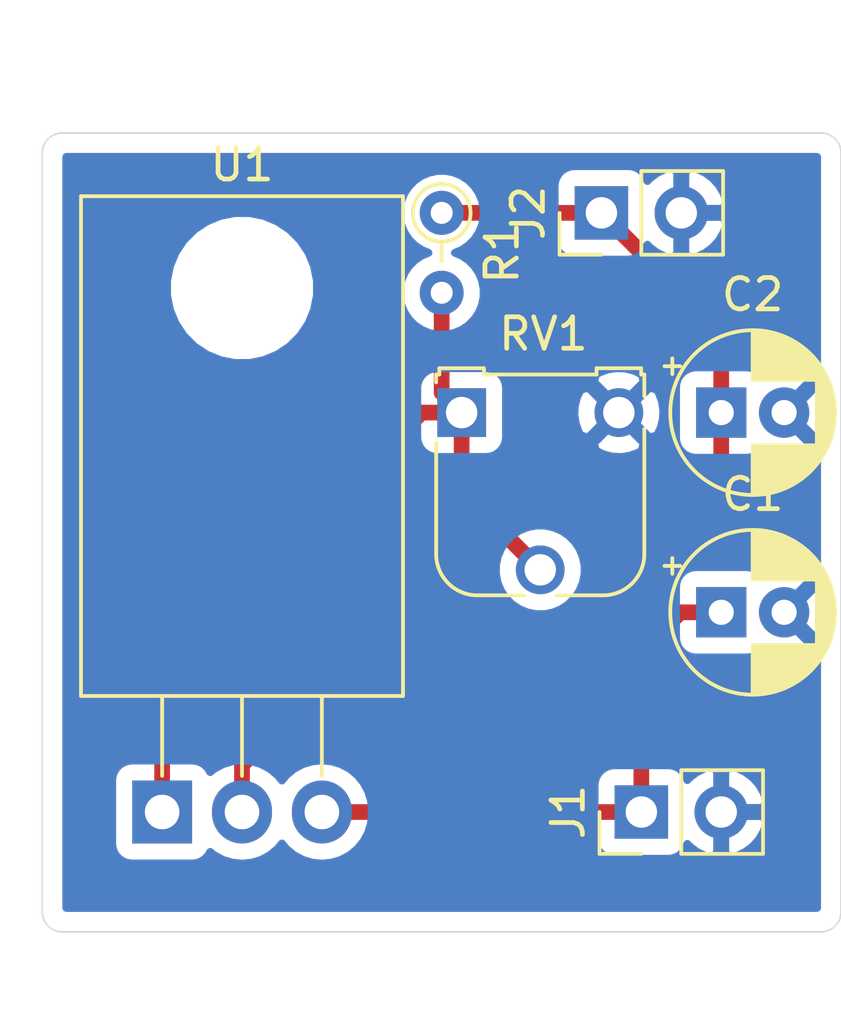
<source format=kicad_pcb>
(kicad_pcb (version 20171130) (host pcbnew "(5.1.5)-3")

  (general
    (thickness 1.6)
    (drawings 8)
    (tracks 19)
    (zones 0)
    (modules 7)
    (nets 5)
  )

  (page A4)
  (layers
    (0 F.Cu signal)
    (31 B.Cu signal)
    (32 B.Adhes user)
    (33 F.Adhes user)
    (34 B.Paste user)
    (35 F.Paste user)
    (36 B.SilkS user)
    (37 F.SilkS user hide)
    (38 B.Mask user)
    (39 F.Mask user)
    (40 Dwgs.User user)
    (41 Cmts.User user)
    (42 Eco1.User user)
    (43 Eco2.User user)
    (44 Edge.Cuts user)
    (45 Margin user)
    (46 B.CrtYd user)
    (47 F.CrtYd user)
    (48 B.Fab user)
    (49 F.Fab user)
  )

  (setup
    (last_trace_width 0.25)
    (trace_clearance 0.2)
    (zone_clearance 0.508)
    (zone_45_only no)
    (trace_min 0.2)
    (via_size 0.8)
    (via_drill 0.4)
    (via_min_size 0.4)
    (via_min_drill 0.3)
    (uvia_size 0.3)
    (uvia_drill 0.1)
    (uvias_allowed no)
    (uvia_min_size 0.2)
    (uvia_min_drill 0.1)
    (edge_width 0.05)
    (segment_width 0.2)
    (pcb_text_width 0.3)
    (pcb_text_size 1.5 1.5)
    (mod_edge_width 0.12)
    (mod_text_size 1 1)
    (mod_text_width 0.15)
    (pad_size 1.524 1.524)
    (pad_drill 0.762)
    (pad_to_mask_clearance 0.051)
    (solder_mask_min_width 0.25)
    (aux_axis_origin 0 0)
    (visible_elements FFFFFF7F)
    (pcbplotparams
      (layerselection 0x010fc_ffffffff)
      (usegerberextensions false)
      (usegerberattributes false)
      (usegerberadvancedattributes false)
      (creategerberjobfile false)
      (excludeedgelayer true)
      (linewidth 0.100000)
      (plotframeref false)
      (viasonmask false)
      (mode 1)
      (useauxorigin false)
      (hpglpennumber 1)
      (hpglpenspeed 20)
      (hpglpendiameter 15.000000)
      (psnegative false)
      (psa4output false)
      (plotreference true)
      (plotvalue true)
      (plotinvisibletext false)
      (padsonsilk false)
      (subtractmaskfromsilk false)
      (outputformat 1)
      (mirror false)
      (drillshape 0)
      (scaleselection 1)
      (outputdirectory "Gerbers/"))
  )

  (net 0 "")
  (net 1 "Net-(C1-Pad1)")
  (net 2 "Net-(C2-Pad1)")
  (net 3 "Net-(R1-Pad2)")
  (net 4 GND)

  (net_class Default "This is the default net class."
    (clearance 0.2)
    (trace_width 0.25)
    (via_dia 0.8)
    (via_drill 0.4)
    (uvia_dia 0.3)
    (uvia_drill 0.1)
    (add_net GND)
  )

  (net_class power ""
    (clearance 0.2)
    (trace_width 0.5)
    (via_dia 0.8)
    (via_drill 0.4)
    (uvia_dia 0.3)
    (uvia_drill 0.1)
    (add_net "Net-(C1-Pad1)")
    (add_net "Net-(C2-Pad1)")
    (add_net "Net-(R1-Pad2)")
  )

  (module Package_TO_SOT_THT:TO-220-3_Horizontal_TabDown (layer F.Cu) (tedit 5AC8BA0D) (tstamp 5E93CC17)
    (at 153.035 114.935)
    (descr "TO-220-3, Horizontal, RM 2.54mm, see https://www.vishay.com/docs/66542/to-220-1.pdf")
    (tags "TO-220-3 Horizontal RM 2.54mm")
    (path /5E9375D9)
    (fp_text reference U1 (at 2.54 -20.58) (layer F.SilkS)
      (effects (font (size 1 1) (thickness 0.15)))
    )
    (fp_text value LM317_3PinPackage (at 2.54 2) (layer F.Fab)
      (effects (font (size 1 1) (thickness 0.15)))
    )
    (fp_text user %R (at 2.54 -20.58) (layer F.Fab)
      (effects (font (size 1 1) (thickness 0.15)))
    )
    (fp_line (start 7.79 -19.71) (end -2.71 -19.71) (layer F.CrtYd) (width 0.05))
    (fp_line (start 7.79 1.25) (end 7.79 -19.71) (layer F.CrtYd) (width 0.05))
    (fp_line (start -2.71 1.25) (end 7.79 1.25) (layer F.CrtYd) (width 0.05))
    (fp_line (start -2.71 -19.71) (end -2.71 1.25) (layer F.CrtYd) (width 0.05))
    (fp_line (start 5.08 -3.69) (end 5.08 -1.15) (layer F.SilkS) (width 0.12))
    (fp_line (start 2.54 -3.69) (end 2.54 -1.15) (layer F.SilkS) (width 0.12))
    (fp_line (start 0 -3.69) (end 0 -1.15) (layer F.SilkS) (width 0.12))
    (fp_line (start 7.66 -19.58) (end 7.66 -3.69) (layer F.SilkS) (width 0.12))
    (fp_line (start -2.58 -19.58) (end -2.58 -3.69) (layer F.SilkS) (width 0.12))
    (fp_line (start -2.58 -19.58) (end 7.66 -19.58) (layer F.SilkS) (width 0.12))
    (fp_line (start -2.58 -3.69) (end 7.66 -3.69) (layer F.SilkS) (width 0.12))
    (fp_line (start 5.08 -3.81) (end 5.08 0) (layer F.Fab) (width 0.1))
    (fp_line (start 2.54 -3.81) (end 2.54 0) (layer F.Fab) (width 0.1))
    (fp_line (start 0 -3.81) (end 0 0) (layer F.Fab) (width 0.1))
    (fp_line (start 7.54 -3.81) (end -2.46 -3.81) (layer F.Fab) (width 0.1))
    (fp_line (start 7.54 -13.06) (end 7.54 -3.81) (layer F.Fab) (width 0.1))
    (fp_line (start -2.46 -13.06) (end 7.54 -13.06) (layer F.Fab) (width 0.1))
    (fp_line (start -2.46 -3.81) (end -2.46 -13.06) (layer F.Fab) (width 0.1))
    (fp_line (start 7.54 -13.06) (end -2.46 -13.06) (layer F.Fab) (width 0.1))
    (fp_line (start 7.54 -19.46) (end 7.54 -13.06) (layer F.Fab) (width 0.1))
    (fp_line (start -2.46 -19.46) (end 7.54 -19.46) (layer F.Fab) (width 0.1))
    (fp_line (start -2.46 -13.06) (end -2.46 -19.46) (layer F.Fab) (width 0.1))
    (fp_circle (center 2.54 -16.66) (end 4.39 -16.66) (layer F.Fab) (width 0.1))
    (pad 3 thru_hole oval (at 5.08 0) (size 1.905 2) (drill 1.1) (layers *.Cu *.Mask)
      (net 1 "Net-(C1-Pad1)"))
    (pad 2 thru_hole oval (at 2.54 0) (size 1.905 2) (drill 1.1) (layers *.Cu *.Mask)
      (net 2 "Net-(C2-Pad1)"))
    (pad 1 thru_hole rect (at 0 0) (size 1.905 2) (drill 1.1) (layers *.Cu *.Mask)
      (net 3 "Net-(R1-Pad2)"))
    (pad "" np_thru_hole oval (at 2.54 -16.66) (size 3.5 3.5) (drill 3.5) (layers *.Cu *.Mask))
    (model ${KISYS3DMOD}/Package_TO_SOT_THT.3dshapes/TO-220-3_Horizontal_TabDown.wrl
      (at (xyz 0 0 0))
      (scale (xyz 1 1 1))
      (rotate (xyz 0 0 0))
    )
  )

  (module Potentiometer_THT:Potentiometer_Runtron_RM-065_Vertical (layer F.Cu) (tedit 5BF6754C) (tstamp 5E93CBF7)
    (at 162.56 102.235)
    (descr "Potentiometer, vertical, Trimmer, RM-065 http://www.runtron.com/down/PDF%20Datasheet/Carbon%20Film%20Potentiometer/RM065%20RM063.pdf")
    (tags "Potentiometer Trimmer RM-065")
    (path /5E935D4C)
    (fp_text reference RV1 (at 2.6 -2.5) (layer F.SilkS)
      (effects (font (size 1 1) (thickness 0.15)))
    )
    (fp_text value R_POT (at 2.6 7.4) (layer F.Fab)
      (effects (font (size 1 1) (thickness 0.15)))
    )
    (fp_line (start -0.71 -1.41) (end 0.71 -1.41) (layer F.SilkS) (width 0.12))
    (fp_line (start 0.71 -1.21) (end 4.29 -1.21) (layer F.SilkS) (width 0.12))
    (fp_line (start 4.29 -1.21) (end 4.29 -1.41) (layer F.SilkS) (width 0.12))
    (fp_line (start 4.29 -1.41) (end 5.71 -1.41) (layer F.SilkS) (width 0.12))
    (fp_line (start 5.71 -1.41) (end 5.71 -1.21) (layer F.SilkS) (width 0.12))
    (fp_line (start 1.99 5.81) (end 0.5 5.81) (layer F.SilkS) (width 0.12))
    (fp_line (start -0.81 4.5) (end -0.81 0.96) (layer F.SilkS) (width 0.12))
    (fp_line (start 5.81 0.52) (end 5.81 4.5) (layer F.SilkS) (width 0.12))
    (fp_line (start 4.5 5.81) (end 3.01 5.81) (layer F.SilkS) (width 0.12))
    (fp_line (start 0.5 5.7) (end 4.5 5.7) (layer F.Fab) (width 0.1))
    (fp_line (start 5.7 4.5) (end 5.7 -1.1) (layer F.Fab) (width 0.1))
    (fp_line (start -0.7 4.5) (end -0.7 -1.1) (layer F.Fab) (width 0.1))
    (fp_line (start -0.6 -1.1) (end -0.6 -1.3) (layer F.Fab) (width 0.1))
    (fp_line (start -0.6 -1.3) (end 0.6 -1.3) (layer F.Fab) (width 0.1))
    (fp_line (start 0.6 -1.3) (end 0.6 -1.1) (layer F.Fab) (width 0.1))
    (fp_line (start 5.6 -1.1) (end 5.6 -1.3) (layer F.Fab) (width 0.1))
    (fp_line (start 5.6 -1.3) (end 4.41 -1.3) (layer F.Fab) (width 0.1))
    (fp_line (start 4.4 -1.3) (end 4.4 -1.1) (layer F.Fab) (width 0.1))
    (fp_line (start 5.7 -1.1) (end -0.7 -1.1) (layer F.Fab) (width 0.1))
    (fp_line (start 6.05 6.03) (end -1.05 6.03) (layer F.CrtYd) (width 0.05))
    (fp_line (start 6.03 6.05) (end 6.03 -1.55) (layer F.CrtYd) (width 0.05))
    (fp_line (start -1.03 -1.55) (end -1.03 6.05) (layer F.CrtYd) (width 0.05))
    (fp_line (start -1.03 -1.55) (end 6.03 -1.55) (layer F.CrtYd) (width 0.05))
    (fp_circle (center 2.5 2.5) (end 5.5 2.5) (layer F.Fab) (width 0.1))
    (fp_text user %R (at 2.5 2.5) (layer F.Fab)
      (effects (font (size 1 1) (thickness 0.15)))
    )
    (fp_arc (start 4.5 4.5) (end 4.5 5.7) (angle -90) (layer F.Fab) (width 0.1))
    (fp_arc (start 0.5 4.5) (end -0.7 4.5) (angle -90) (layer F.Fab) (width 0.1))
    (fp_arc (start 0.5 4.5) (end -0.81 4.5) (angle -90) (layer F.SilkS) (width 0.12))
    (fp_arc (start 4.5 4.5) (end 4.5 5.81) (angle -90) (layer F.SilkS) (width 0.12))
    (fp_line (start 0.71 -1.21) (end 0.71 -1.41) (layer F.SilkS) (width 0.12))
    (fp_line (start -0.71 -1.41) (end -0.71 -1.21) (layer F.SilkS) (width 0.12))
    (fp_line (start -0.71 -1.21) (end -0.81 -1.21) (layer F.SilkS) (width 0.12))
    (fp_line (start -0.81 -1.21) (end -0.81 -0.96) (layer F.SilkS) (width 0.12))
    (fp_line (start 5.71 -1.21) (end 5.81 -1.21) (layer F.SilkS) (width 0.12))
    (fp_line (start 5.81 -1.21) (end 5.81 -0.52) (layer F.SilkS) (width 0.12))
    (pad 2 thru_hole circle (at 2.5 5) (size 1.55 1.55) (drill 1) (layers *.Cu *.Mask)
      (net 3 "Net-(R1-Pad2)"))
    (pad 1 thru_hole rect (at 0 0) (size 1.55 1.55) (drill 1) (layers *.Cu *.Mask)
      (net 3 "Net-(R1-Pad2)"))
    (pad 3 thru_hole circle (at 5 0) (size 1.55 1.55) (drill 1) (layers *.Cu *.Mask)
      (net 4 GND))
    (model ${KISYS3DMOD}/Potentiometer_THT.3dshapes/Potentiometer_Runtron_RM-065_Vertical.wrl
      (at (xyz 0 0 0))
      (scale (xyz 1 1 1))
      (rotate (xyz 0 0 0))
    )
  )

  (module Resistor_THT:R_Axial_DIN0204_L3.6mm_D1.6mm_P2.54mm_Vertical (layer F.Cu) (tedit 5AE5139B) (tstamp 5E93CBCD)
    (at 161.925 95.885 270)
    (descr "Resistor, Axial_DIN0204 series, Axial, Vertical, pin pitch=2.54mm, 0.167W, length*diameter=3.6*1.6mm^2, http://cdn-reichelt.de/documents/datenblatt/B400/1_4W%23YAG.pdf")
    (tags "Resistor Axial_DIN0204 series Axial Vertical pin pitch 2.54mm 0.167W length 3.6mm diameter 1.6mm")
    (path /5E935428)
    (fp_text reference R1 (at 1.27 -1.92 90) (layer F.SilkS)
      (effects (font (size 1 1) (thickness 0.15)))
    )
    (fp_text value R (at 1.27 1.92 90) (layer F.Fab)
      (effects (font (size 1 1) (thickness 0.15)))
    )
    (fp_text user %R (at 1.27 -1.92 90) (layer F.Fab)
      (effects (font (size 1 1) (thickness 0.15)))
    )
    (fp_line (start 3.49 -1.05) (end -1.05 -1.05) (layer F.CrtYd) (width 0.05))
    (fp_line (start 3.49 1.05) (end 3.49 -1.05) (layer F.CrtYd) (width 0.05))
    (fp_line (start -1.05 1.05) (end 3.49 1.05) (layer F.CrtYd) (width 0.05))
    (fp_line (start -1.05 -1.05) (end -1.05 1.05) (layer F.CrtYd) (width 0.05))
    (fp_line (start 0.92 0) (end 1.54 0) (layer F.SilkS) (width 0.12))
    (fp_line (start 0 0) (end 2.54 0) (layer F.Fab) (width 0.1))
    (fp_circle (center 0 0) (end 0.92 0) (layer F.SilkS) (width 0.12))
    (fp_circle (center 0 0) (end 0.8 0) (layer F.Fab) (width 0.1))
    (pad 2 thru_hole oval (at 2.54 0 270) (size 1.4 1.4) (drill 0.7) (layers *.Cu *.Mask)
      (net 3 "Net-(R1-Pad2)"))
    (pad 1 thru_hole circle (at 0 0 270) (size 1.4 1.4) (drill 0.7) (layers *.Cu *.Mask)
      (net 2 "Net-(C2-Pad1)"))
    (model ${KISYS3DMOD}/Resistor_THT.3dshapes/R_Axial_DIN0204_L3.6mm_D1.6mm_P2.54mm_Vertical.wrl
      (at (xyz 0 0 0))
      (scale (xyz 1 1 1))
      (rotate (xyz 0 0 0))
    )
  )

  (module Connector_PinHeader_2.54mm:PinHeader_1x02_P2.54mm_Vertical (layer F.Cu) (tedit 59FED5CC) (tstamp 5E93CBBE)
    (at 167.005 95.885 90)
    (descr "Through hole straight pin header, 1x02, 2.54mm pitch, single row")
    (tags "Through hole pin header THT 1x02 2.54mm single row")
    (path /5E936B70)
    (fp_text reference J2 (at 0 -2.33 90) (layer F.SilkS)
      (effects (font (size 1 1) (thickness 0.15)))
    )
    (fp_text value Conn_01x02_Male (at 0 4.87 90) (layer F.Fab)
      (effects (font (size 1 1) (thickness 0.15)))
    )
    (fp_text user %R (at 0 1.27) (layer F.Fab)
      (effects (font (size 1 1) (thickness 0.15)))
    )
    (fp_line (start 1.8 -1.8) (end -1.8 -1.8) (layer F.CrtYd) (width 0.05))
    (fp_line (start 1.8 4.35) (end 1.8 -1.8) (layer F.CrtYd) (width 0.05))
    (fp_line (start -1.8 4.35) (end 1.8 4.35) (layer F.CrtYd) (width 0.05))
    (fp_line (start -1.8 -1.8) (end -1.8 4.35) (layer F.CrtYd) (width 0.05))
    (fp_line (start -1.33 -1.33) (end 0 -1.33) (layer F.SilkS) (width 0.12))
    (fp_line (start -1.33 0) (end -1.33 -1.33) (layer F.SilkS) (width 0.12))
    (fp_line (start -1.33 1.27) (end 1.33 1.27) (layer F.SilkS) (width 0.12))
    (fp_line (start 1.33 1.27) (end 1.33 3.87) (layer F.SilkS) (width 0.12))
    (fp_line (start -1.33 1.27) (end -1.33 3.87) (layer F.SilkS) (width 0.12))
    (fp_line (start -1.33 3.87) (end 1.33 3.87) (layer F.SilkS) (width 0.12))
    (fp_line (start -1.27 -0.635) (end -0.635 -1.27) (layer F.Fab) (width 0.1))
    (fp_line (start -1.27 3.81) (end -1.27 -0.635) (layer F.Fab) (width 0.1))
    (fp_line (start 1.27 3.81) (end -1.27 3.81) (layer F.Fab) (width 0.1))
    (fp_line (start 1.27 -1.27) (end 1.27 3.81) (layer F.Fab) (width 0.1))
    (fp_line (start -0.635 -1.27) (end 1.27 -1.27) (layer F.Fab) (width 0.1))
    (pad 2 thru_hole oval (at 0 2.54 90) (size 1.7 1.7) (drill 1) (layers *.Cu *.Mask)
      (net 4 GND))
    (pad 1 thru_hole rect (at 0 0 90) (size 1.7 1.7) (drill 1) (layers *.Cu *.Mask)
      (net 2 "Net-(C2-Pad1)"))
    (model ${KISYS3DMOD}/Connector_PinHeader_2.54mm.3dshapes/PinHeader_1x02_P2.54mm_Vertical.wrl
      (at (xyz 0 0 0))
      (scale (xyz 1 1 1))
      (rotate (xyz 0 0 0))
    )
  )

  (module Connector_PinHeader_2.54mm:PinHeader_1x02_P2.54mm_Vertical (layer F.Cu) (tedit 59FED5CC) (tstamp 5E93CBA8)
    (at 168.275 114.935 90)
    (descr "Through hole straight pin header, 1x02, 2.54mm pitch, single row")
    (tags "Through hole pin header THT 1x02 2.54mm single row")
    (path /5E9365EE)
    (fp_text reference J1 (at 0 -2.33 90) (layer F.SilkS)
      (effects (font (size 1 1) (thickness 0.15)))
    )
    (fp_text value Conn_01x02_Male (at 0 4.87 90) (layer F.Fab)
      (effects (font (size 1 1) (thickness 0.15)))
    )
    (fp_text user %R (at 0 1.27) (layer F.Fab)
      (effects (font (size 1 1) (thickness 0.15)))
    )
    (fp_line (start 1.8 -1.8) (end -1.8 -1.8) (layer F.CrtYd) (width 0.05))
    (fp_line (start 1.8 4.35) (end 1.8 -1.8) (layer F.CrtYd) (width 0.05))
    (fp_line (start -1.8 4.35) (end 1.8 4.35) (layer F.CrtYd) (width 0.05))
    (fp_line (start -1.8 -1.8) (end -1.8 4.35) (layer F.CrtYd) (width 0.05))
    (fp_line (start -1.33 -1.33) (end 0 -1.33) (layer F.SilkS) (width 0.12))
    (fp_line (start -1.33 0) (end -1.33 -1.33) (layer F.SilkS) (width 0.12))
    (fp_line (start -1.33 1.27) (end 1.33 1.27) (layer F.SilkS) (width 0.12))
    (fp_line (start 1.33 1.27) (end 1.33 3.87) (layer F.SilkS) (width 0.12))
    (fp_line (start -1.33 1.27) (end -1.33 3.87) (layer F.SilkS) (width 0.12))
    (fp_line (start -1.33 3.87) (end 1.33 3.87) (layer F.SilkS) (width 0.12))
    (fp_line (start -1.27 -0.635) (end -0.635 -1.27) (layer F.Fab) (width 0.1))
    (fp_line (start -1.27 3.81) (end -1.27 -0.635) (layer F.Fab) (width 0.1))
    (fp_line (start 1.27 3.81) (end -1.27 3.81) (layer F.Fab) (width 0.1))
    (fp_line (start 1.27 -1.27) (end 1.27 3.81) (layer F.Fab) (width 0.1))
    (fp_line (start -0.635 -1.27) (end 1.27 -1.27) (layer F.Fab) (width 0.1))
    (pad 2 thru_hole oval (at 0 2.54 90) (size 1.7 1.7) (drill 1) (layers *.Cu *.Mask)
      (net 4 GND))
    (pad 1 thru_hole rect (at 0 0 90) (size 1.7 1.7) (drill 1) (layers *.Cu *.Mask)
      (net 1 "Net-(C1-Pad1)"))
    (model ${KISYS3DMOD}/Connector_PinHeader_2.54mm.3dshapes/PinHeader_1x02_P2.54mm_Vertical.wrl
      (at (xyz 0 0 0))
      (scale (xyz 1 1 1))
      (rotate (xyz 0 0 0))
    )
  )

  (module Capacitor_THT:CP_Radial_D5.0mm_P2.00mm (layer F.Cu) (tedit 5AE50EF0) (tstamp 5E93CB92)
    (at 170.815 102.235)
    (descr "CP, Radial series, Radial, pin pitch=2.00mm, , diameter=5mm, Electrolytic Capacitor")
    (tags "CP Radial series Radial pin pitch 2.00mm  diameter 5mm Electrolytic Capacitor")
    (path /5E934E34)
    (fp_text reference C2 (at 1 -3.75) (layer F.SilkS)
      (effects (font (size 1 1) (thickness 0.15)))
    )
    (fp_text value CP (at 1 3.75) (layer F.Fab)
      (effects (font (size 1 1) (thickness 0.15)))
    )
    (fp_text user %R (at 1 0) (layer F.Fab)
      (effects (font (size 1 1) (thickness 0.15)))
    )
    (fp_line (start -1.554775 -1.725) (end -1.554775 -1.225) (layer F.SilkS) (width 0.12))
    (fp_line (start -1.804775 -1.475) (end -1.304775 -1.475) (layer F.SilkS) (width 0.12))
    (fp_line (start 3.601 -0.284) (end 3.601 0.284) (layer F.SilkS) (width 0.12))
    (fp_line (start 3.561 -0.518) (end 3.561 0.518) (layer F.SilkS) (width 0.12))
    (fp_line (start 3.521 -0.677) (end 3.521 0.677) (layer F.SilkS) (width 0.12))
    (fp_line (start 3.481 -0.805) (end 3.481 0.805) (layer F.SilkS) (width 0.12))
    (fp_line (start 3.441 -0.915) (end 3.441 0.915) (layer F.SilkS) (width 0.12))
    (fp_line (start 3.401 -1.011) (end 3.401 1.011) (layer F.SilkS) (width 0.12))
    (fp_line (start 3.361 -1.098) (end 3.361 1.098) (layer F.SilkS) (width 0.12))
    (fp_line (start 3.321 -1.178) (end 3.321 1.178) (layer F.SilkS) (width 0.12))
    (fp_line (start 3.281 -1.251) (end 3.281 1.251) (layer F.SilkS) (width 0.12))
    (fp_line (start 3.241 -1.319) (end 3.241 1.319) (layer F.SilkS) (width 0.12))
    (fp_line (start 3.201 -1.383) (end 3.201 1.383) (layer F.SilkS) (width 0.12))
    (fp_line (start 3.161 -1.443) (end 3.161 1.443) (layer F.SilkS) (width 0.12))
    (fp_line (start 3.121 -1.5) (end 3.121 1.5) (layer F.SilkS) (width 0.12))
    (fp_line (start 3.081 -1.554) (end 3.081 1.554) (layer F.SilkS) (width 0.12))
    (fp_line (start 3.041 -1.605) (end 3.041 1.605) (layer F.SilkS) (width 0.12))
    (fp_line (start 3.001 1.04) (end 3.001 1.653) (layer F.SilkS) (width 0.12))
    (fp_line (start 3.001 -1.653) (end 3.001 -1.04) (layer F.SilkS) (width 0.12))
    (fp_line (start 2.961 1.04) (end 2.961 1.699) (layer F.SilkS) (width 0.12))
    (fp_line (start 2.961 -1.699) (end 2.961 -1.04) (layer F.SilkS) (width 0.12))
    (fp_line (start 2.921 1.04) (end 2.921 1.743) (layer F.SilkS) (width 0.12))
    (fp_line (start 2.921 -1.743) (end 2.921 -1.04) (layer F.SilkS) (width 0.12))
    (fp_line (start 2.881 1.04) (end 2.881 1.785) (layer F.SilkS) (width 0.12))
    (fp_line (start 2.881 -1.785) (end 2.881 -1.04) (layer F.SilkS) (width 0.12))
    (fp_line (start 2.841 1.04) (end 2.841 1.826) (layer F.SilkS) (width 0.12))
    (fp_line (start 2.841 -1.826) (end 2.841 -1.04) (layer F.SilkS) (width 0.12))
    (fp_line (start 2.801 1.04) (end 2.801 1.864) (layer F.SilkS) (width 0.12))
    (fp_line (start 2.801 -1.864) (end 2.801 -1.04) (layer F.SilkS) (width 0.12))
    (fp_line (start 2.761 1.04) (end 2.761 1.901) (layer F.SilkS) (width 0.12))
    (fp_line (start 2.761 -1.901) (end 2.761 -1.04) (layer F.SilkS) (width 0.12))
    (fp_line (start 2.721 1.04) (end 2.721 1.937) (layer F.SilkS) (width 0.12))
    (fp_line (start 2.721 -1.937) (end 2.721 -1.04) (layer F.SilkS) (width 0.12))
    (fp_line (start 2.681 1.04) (end 2.681 1.971) (layer F.SilkS) (width 0.12))
    (fp_line (start 2.681 -1.971) (end 2.681 -1.04) (layer F.SilkS) (width 0.12))
    (fp_line (start 2.641 1.04) (end 2.641 2.004) (layer F.SilkS) (width 0.12))
    (fp_line (start 2.641 -2.004) (end 2.641 -1.04) (layer F.SilkS) (width 0.12))
    (fp_line (start 2.601 1.04) (end 2.601 2.035) (layer F.SilkS) (width 0.12))
    (fp_line (start 2.601 -2.035) (end 2.601 -1.04) (layer F.SilkS) (width 0.12))
    (fp_line (start 2.561 1.04) (end 2.561 2.065) (layer F.SilkS) (width 0.12))
    (fp_line (start 2.561 -2.065) (end 2.561 -1.04) (layer F.SilkS) (width 0.12))
    (fp_line (start 2.521 1.04) (end 2.521 2.095) (layer F.SilkS) (width 0.12))
    (fp_line (start 2.521 -2.095) (end 2.521 -1.04) (layer F.SilkS) (width 0.12))
    (fp_line (start 2.481 1.04) (end 2.481 2.122) (layer F.SilkS) (width 0.12))
    (fp_line (start 2.481 -2.122) (end 2.481 -1.04) (layer F.SilkS) (width 0.12))
    (fp_line (start 2.441 1.04) (end 2.441 2.149) (layer F.SilkS) (width 0.12))
    (fp_line (start 2.441 -2.149) (end 2.441 -1.04) (layer F.SilkS) (width 0.12))
    (fp_line (start 2.401 1.04) (end 2.401 2.175) (layer F.SilkS) (width 0.12))
    (fp_line (start 2.401 -2.175) (end 2.401 -1.04) (layer F.SilkS) (width 0.12))
    (fp_line (start 2.361 1.04) (end 2.361 2.2) (layer F.SilkS) (width 0.12))
    (fp_line (start 2.361 -2.2) (end 2.361 -1.04) (layer F.SilkS) (width 0.12))
    (fp_line (start 2.321 1.04) (end 2.321 2.224) (layer F.SilkS) (width 0.12))
    (fp_line (start 2.321 -2.224) (end 2.321 -1.04) (layer F.SilkS) (width 0.12))
    (fp_line (start 2.281 1.04) (end 2.281 2.247) (layer F.SilkS) (width 0.12))
    (fp_line (start 2.281 -2.247) (end 2.281 -1.04) (layer F.SilkS) (width 0.12))
    (fp_line (start 2.241 1.04) (end 2.241 2.268) (layer F.SilkS) (width 0.12))
    (fp_line (start 2.241 -2.268) (end 2.241 -1.04) (layer F.SilkS) (width 0.12))
    (fp_line (start 2.201 1.04) (end 2.201 2.29) (layer F.SilkS) (width 0.12))
    (fp_line (start 2.201 -2.29) (end 2.201 -1.04) (layer F.SilkS) (width 0.12))
    (fp_line (start 2.161 1.04) (end 2.161 2.31) (layer F.SilkS) (width 0.12))
    (fp_line (start 2.161 -2.31) (end 2.161 -1.04) (layer F.SilkS) (width 0.12))
    (fp_line (start 2.121 1.04) (end 2.121 2.329) (layer F.SilkS) (width 0.12))
    (fp_line (start 2.121 -2.329) (end 2.121 -1.04) (layer F.SilkS) (width 0.12))
    (fp_line (start 2.081 1.04) (end 2.081 2.348) (layer F.SilkS) (width 0.12))
    (fp_line (start 2.081 -2.348) (end 2.081 -1.04) (layer F.SilkS) (width 0.12))
    (fp_line (start 2.041 1.04) (end 2.041 2.365) (layer F.SilkS) (width 0.12))
    (fp_line (start 2.041 -2.365) (end 2.041 -1.04) (layer F.SilkS) (width 0.12))
    (fp_line (start 2.001 1.04) (end 2.001 2.382) (layer F.SilkS) (width 0.12))
    (fp_line (start 2.001 -2.382) (end 2.001 -1.04) (layer F.SilkS) (width 0.12))
    (fp_line (start 1.961 1.04) (end 1.961 2.398) (layer F.SilkS) (width 0.12))
    (fp_line (start 1.961 -2.398) (end 1.961 -1.04) (layer F.SilkS) (width 0.12))
    (fp_line (start 1.921 1.04) (end 1.921 2.414) (layer F.SilkS) (width 0.12))
    (fp_line (start 1.921 -2.414) (end 1.921 -1.04) (layer F.SilkS) (width 0.12))
    (fp_line (start 1.881 1.04) (end 1.881 2.428) (layer F.SilkS) (width 0.12))
    (fp_line (start 1.881 -2.428) (end 1.881 -1.04) (layer F.SilkS) (width 0.12))
    (fp_line (start 1.841 1.04) (end 1.841 2.442) (layer F.SilkS) (width 0.12))
    (fp_line (start 1.841 -2.442) (end 1.841 -1.04) (layer F.SilkS) (width 0.12))
    (fp_line (start 1.801 1.04) (end 1.801 2.455) (layer F.SilkS) (width 0.12))
    (fp_line (start 1.801 -2.455) (end 1.801 -1.04) (layer F.SilkS) (width 0.12))
    (fp_line (start 1.761 1.04) (end 1.761 2.468) (layer F.SilkS) (width 0.12))
    (fp_line (start 1.761 -2.468) (end 1.761 -1.04) (layer F.SilkS) (width 0.12))
    (fp_line (start 1.721 1.04) (end 1.721 2.48) (layer F.SilkS) (width 0.12))
    (fp_line (start 1.721 -2.48) (end 1.721 -1.04) (layer F.SilkS) (width 0.12))
    (fp_line (start 1.68 1.04) (end 1.68 2.491) (layer F.SilkS) (width 0.12))
    (fp_line (start 1.68 -2.491) (end 1.68 -1.04) (layer F.SilkS) (width 0.12))
    (fp_line (start 1.64 1.04) (end 1.64 2.501) (layer F.SilkS) (width 0.12))
    (fp_line (start 1.64 -2.501) (end 1.64 -1.04) (layer F.SilkS) (width 0.12))
    (fp_line (start 1.6 1.04) (end 1.6 2.511) (layer F.SilkS) (width 0.12))
    (fp_line (start 1.6 -2.511) (end 1.6 -1.04) (layer F.SilkS) (width 0.12))
    (fp_line (start 1.56 1.04) (end 1.56 2.52) (layer F.SilkS) (width 0.12))
    (fp_line (start 1.56 -2.52) (end 1.56 -1.04) (layer F.SilkS) (width 0.12))
    (fp_line (start 1.52 1.04) (end 1.52 2.528) (layer F.SilkS) (width 0.12))
    (fp_line (start 1.52 -2.528) (end 1.52 -1.04) (layer F.SilkS) (width 0.12))
    (fp_line (start 1.48 1.04) (end 1.48 2.536) (layer F.SilkS) (width 0.12))
    (fp_line (start 1.48 -2.536) (end 1.48 -1.04) (layer F.SilkS) (width 0.12))
    (fp_line (start 1.44 1.04) (end 1.44 2.543) (layer F.SilkS) (width 0.12))
    (fp_line (start 1.44 -2.543) (end 1.44 -1.04) (layer F.SilkS) (width 0.12))
    (fp_line (start 1.4 1.04) (end 1.4 2.55) (layer F.SilkS) (width 0.12))
    (fp_line (start 1.4 -2.55) (end 1.4 -1.04) (layer F.SilkS) (width 0.12))
    (fp_line (start 1.36 1.04) (end 1.36 2.556) (layer F.SilkS) (width 0.12))
    (fp_line (start 1.36 -2.556) (end 1.36 -1.04) (layer F.SilkS) (width 0.12))
    (fp_line (start 1.32 1.04) (end 1.32 2.561) (layer F.SilkS) (width 0.12))
    (fp_line (start 1.32 -2.561) (end 1.32 -1.04) (layer F.SilkS) (width 0.12))
    (fp_line (start 1.28 1.04) (end 1.28 2.565) (layer F.SilkS) (width 0.12))
    (fp_line (start 1.28 -2.565) (end 1.28 -1.04) (layer F.SilkS) (width 0.12))
    (fp_line (start 1.24 1.04) (end 1.24 2.569) (layer F.SilkS) (width 0.12))
    (fp_line (start 1.24 -2.569) (end 1.24 -1.04) (layer F.SilkS) (width 0.12))
    (fp_line (start 1.2 1.04) (end 1.2 2.573) (layer F.SilkS) (width 0.12))
    (fp_line (start 1.2 -2.573) (end 1.2 -1.04) (layer F.SilkS) (width 0.12))
    (fp_line (start 1.16 1.04) (end 1.16 2.576) (layer F.SilkS) (width 0.12))
    (fp_line (start 1.16 -2.576) (end 1.16 -1.04) (layer F.SilkS) (width 0.12))
    (fp_line (start 1.12 1.04) (end 1.12 2.578) (layer F.SilkS) (width 0.12))
    (fp_line (start 1.12 -2.578) (end 1.12 -1.04) (layer F.SilkS) (width 0.12))
    (fp_line (start 1.08 1.04) (end 1.08 2.579) (layer F.SilkS) (width 0.12))
    (fp_line (start 1.08 -2.579) (end 1.08 -1.04) (layer F.SilkS) (width 0.12))
    (fp_line (start 1.04 -2.58) (end 1.04 -1.04) (layer F.SilkS) (width 0.12))
    (fp_line (start 1.04 1.04) (end 1.04 2.58) (layer F.SilkS) (width 0.12))
    (fp_line (start 1 -2.58) (end 1 -1.04) (layer F.SilkS) (width 0.12))
    (fp_line (start 1 1.04) (end 1 2.58) (layer F.SilkS) (width 0.12))
    (fp_line (start -0.883605 -1.3375) (end -0.883605 -0.8375) (layer F.Fab) (width 0.1))
    (fp_line (start -1.133605 -1.0875) (end -0.633605 -1.0875) (layer F.Fab) (width 0.1))
    (fp_circle (center 1 0) (end 3.75 0) (layer F.CrtYd) (width 0.05))
    (fp_circle (center 1 0) (end 3.62 0) (layer F.SilkS) (width 0.12))
    (fp_circle (center 1 0) (end 3.5 0) (layer F.Fab) (width 0.1))
    (pad 2 thru_hole circle (at 2 0) (size 1.6 1.6) (drill 0.8) (layers *.Cu *.Mask)
      (net 4 GND))
    (pad 1 thru_hole rect (at 0 0) (size 1.6 1.6) (drill 0.8) (layers *.Cu *.Mask)
      (net 2 "Net-(C2-Pad1)"))
    (model ${KISYS3DMOD}/Capacitor_THT.3dshapes/CP_Radial_D5.0mm_P2.00mm.wrl
      (at (xyz 0 0 0))
      (scale (xyz 1 1 1))
      (rotate (xyz 0 0 0))
    )
  )

  (module Capacitor_THT:CP_Radial_D5.0mm_P2.00mm (layer F.Cu) (tedit 5AE50EF0) (tstamp 5E93CB0F)
    (at 170.815 108.585)
    (descr "CP, Radial series, Radial, pin pitch=2.00mm, , diameter=5mm, Electrolytic Capacitor")
    (tags "CP Radial series Radial pin pitch 2.00mm  diameter 5mm Electrolytic Capacitor")
    (path /5E934A07)
    (fp_text reference C1 (at 1 -3.75) (layer F.SilkS)
      (effects (font (size 1 1) (thickness 0.15)))
    )
    (fp_text value CP (at 1 3.75) (layer F.Fab)
      (effects (font (size 1 1) (thickness 0.15)))
    )
    (fp_text user %R (at 1 0) (layer F.Fab)
      (effects (font (size 1 1) (thickness 0.15)))
    )
    (fp_line (start -1.554775 -1.725) (end -1.554775 -1.225) (layer F.SilkS) (width 0.12))
    (fp_line (start -1.804775 -1.475) (end -1.304775 -1.475) (layer F.SilkS) (width 0.12))
    (fp_line (start 3.601 -0.284) (end 3.601 0.284) (layer F.SilkS) (width 0.12))
    (fp_line (start 3.561 -0.518) (end 3.561 0.518) (layer F.SilkS) (width 0.12))
    (fp_line (start 3.521 -0.677) (end 3.521 0.677) (layer F.SilkS) (width 0.12))
    (fp_line (start 3.481 -0.805) (end 3.481 0.805) (layer F.SilkS) (width 0.12))
    (fp_line (start 3.441 -0.915) (end 3.441 0.915) (layer F.SilkS) (width 0.12))
    (fp_line (start 3.401 -1.011) (end 3.401 1.011) (layer F.SilkS) (width 0.12))
    (fp_line (start 3.361 -1.098) (end 3.361 1.098) (layer F.SilkS) (width 0.12))
    (fp_line (start 3.321 -1.178) (end 3.321 1.178) (layer F.SilkS) (width 0.12))
    (fp_line (start 3.281 -1.251) (end 3.281 1.251) (layer F.SilkS) (width 0.12))
    (fp_line (start 3.241 -1.319) (end 3.241 1.319) (layer F.SilkS) (width 0.12))
    (fp_line (start 3.201 -1.383) (end 3.201 1.383) (layer F.SilkS) (width 0.12))
    (fp_line (start 3.161 -1.443) (end 3.161 1.443) (layer F.SilkS) (width 0.12))
    (fp_line (start 3.121 -1.5) (end 3.121 1.5) (layer F.SilkS) (width 0.12))
    (fp_line (start 3.081 -1.554) (end 3.081 1.554) (layer F.SilkS) (width 0.12))
    (fp_line (start 3.041 -1.605) (end 3.041 1.605) (layer F.SilkS) (width 0.12))
    (fp_line (start 3.001 1.04) (end 3.001 1.653) (layer F.SilkS) (width 0.12))
    (fp_line (start 3.001 -1.653) (end 3.001 -1.04) (layer F.SilkS) (width 0.12))
    (fp_line (start 2.961 1.04) (end 2.961 1.699) (layer F.SilkS) (width 0.12))
    (fp_line (start 2.961 -1.699) (end 2.961 -1.04) (layer F.SilkS) (width 0.12))
    (fp_line (start 2.921 1.04) (end 2.921 1.743) (layer F.SilkS) (width 0.12))
    (fp_line (start 2.921 -1.743) (end 2.921 -1.04) (layer F.SilkS) (width 0.12))
    (fp_line (start 2.881 1.04) (end 2.881 1.785) (layer F.SilkS) (width 0.12))
    (fp_line (start 2.881 -1.785) (end 2.881 -1.04) (layer F.SilkS) (width 0.12))
    (fp_line (start 2.841 1.04) (end 2.841 1.826) (layer F.SilkS) (width 0.12))
    (fp_line (start 2.841 -1.826) (end 2.841 -1.04) (layer F.SilkS) (width 0.12))
    (fp_line (start 2.801 1.04) (end 2.801 1.864) (layer F.SilkS) (width 0.12))
    (fp_line (start 2.801 -1.864) (end 2.801 -1.04) (layer F.SilkS) (width 0.12))
    (fp_line (start 2.761 1.04) (end 2.761 1.901) (layer F.SilkS) (width 0.12))
    (fp_line (start 2.761 -1.901) (end 2.761 -1.04) (layer F.SilkS) (width 0.12))
    (fp_line (start 2.721 1.04) (end 2.721 1.937) (layer F.SilkS) (width 0.12))
    (fp_line (start 2.721 -1.937) (end 2.721 -1.04) (layer F.SilkS) (width 0.12))
    (fp_line (start 2.681 1.04) (end 2.681 1.971) (layer F.SilkS) (width 0.12))
    (fp_line (start 2.681 -1.971) (end 2.681 -1.04) (layer F.SilkS) (width 0.12))
    (fp_line (start 2.641 1.04) (end 2.641 2.004) (layer F.SilkS) (width 0.12))
    (fp_line (start 2.641 -2.004) (end 2.641 -1.04) (layer F.SilkS) (width 0.12))
    (fp_line (start 2.601 1.04) (end 2.601 2.035) (layer F.SilkS) (width 0.12))
    (fp_line (start 2.601 -2.035) (end 2.601 -1.04) (layer F.SilkS) (width 0.12))
    (fp_line (start 2.561 1.04) (end 2.561 2.065) (layer F.SilkS) (width 0.12))
    (fp_line (start 2.561 -2.065) (end 2.561 -1.04) (layer F.SilkS) (width 0.12))
    (fp_line (start 2.521 1.04) (end 2.521 2.095) (layer F.SilkS) (width 0.12))
    (fp_line (start 2.521 -2.095) (end 2.521 -1.04) (layer F.SilkS) (width 0.12))
    (fp_line (start 2.481 1.04) (end 2.481 2.122) (layer F.SilkS) (width 0.12))
    (fp_line (start 2.481 -2.122) (end 2.481 -1.04) (layer F.SilkS) (width 0.12))
    (fp_line (start 2.441 1.04) (end 2.441 2.149) (layer F.SilkS) (width 0.12))
    (fp_line (start 2.441 -2.149) (end 2.441 -1.04) (layer F.SilkS) (width 0.12))
    (fp_line (start 2.401 1.04) (end 2.401 2.175) (layer F.SilkS) (width 0.12))
    (fp_line (start 2.401 -2.175) (end 2.401 -1.04) (layer F.SilkS) (width 0.12))
    (fp_line (start 2.361 1.04) (end 2.361 2.2) (layer F.SilkS) (width 0.12))
    (fp_line (start 2.361 -2.2) (end 2.361 -1.04) (layer F.SilkS) (width 0.12))
    (fp_line (start 2.321 1.04) (end 2.321 2.224) (layer F.SilkS) (width 0.12))
    (fp_line (start 2.321 -2.224) (end 2.321 -1.04) (layer F.SilkS) (width 0.12))
    (fp_line (start 2.281 1.04) (end 2.281 2.247) (layer F.SilkS) (width 0.12))
    (fp_line (start 2.281 -2.247) (end 2.281 -1.04) (layer F.SilkS) (width 0.12))
    (fp_line (start 2.241 1.04) (end 2.241 2.268) (layer F.SilkS) (width 0.12))
    (fp_line (start 2.241 -2.268) (end 2.241 -1.04) (layer F.SilkS) (width 0.12))
    (fp_line (start 2.201 1.04) (end 2.201 2.29) (layer F.SilkS) (width 0.12))
    (fp_line (start 2.201 -2.29) (end 2.201 -1.04) (layer F.SilkS) (width 0.12))
    (fp_line (start 2.161 1.04) (end 2.161 2.31) (layer F.SilkS) (width 0.12))
    (fp_line (start 2.161 -2.31) (end 2.161 -1.04) (layer F.SilkS) (width 0.12))
    (fp_line (start 2.121 1.04) (end 2.121 2.329) (layer F.SilkS) (width 0.12))
    (fp_line (start 2.121 -2.329) (end 2.121 -1.04) (layer F.SilkS) (width 0.12))
    (fp_line (start 2.081 1.04) (end 2.081 2.348) (layer F.SilkS) (width 0.12))
    (fp_line (start 2.081 -2.348) (end 2.081 -1.04) (layer F.SilkS) (width 0.12))
    (fp_line (start 2.041 1.04) (end 2.041 2.365) (layer F.SilkS) (width 0.12))
    (fp_line (start 2.041 -2.365) (end 2.041 -1.04) (layer F.SilkS) (width 0.12))
    (fp_line (start 2.001 1.04) (end 2.001 2.382) (layer F.SilkS) (width 0.12))
    (fp_line (start 2.001 -2.382) (end 2.001 -1.04) (layer F.SilkS) (width 0.12))
    (fp_line (start 1.961 1.04) (end 1.961 2.398) (layer F.SilkS) (width 0.12))
    (fp_line (start 1.961 -2.398) (end 1.961 -1.04) (layer F.SilkS) (width 0.12))
    (fp_line (start 1.921 1.04) (end 1.921 2.414) (layer F.SilkS) (width 0.12))
    (fp_line (start 1.921 -2.414) (end 1.921 -1.04) (layer F.SilkS) (width 0.12))
    (fp_line (start 1.881 1.04) (end 1.881 2.428) (layer F.SilkS) (width 0.12))
    (fp_line (start 1.881 -2.428) (end 1.881 -1.04) (layer F.SilkS) (width 0.12))
    (fp_line (start 1.841 1.04) (end 1.841 2.442) (layer F.SilkS) (width 0.12))
    (fp_line (start 1.841 -2.442) (end 1.841 -1.04) (layer F.SilkS) (width 0.12))
    (fp_line (start 1.801 1.04) (end 1.801 2.455) (layer F.SilkS) (width 0.12))
    (fp_line (start 1.801 -2.455) (end 1.801 -1.04) (layer F.SilkS) (width 0.12))
    (fp_line (start 1.761 1.04) (end 1.761 2.468) (layer F.SilkS) (width 0.12))
    (fp_line (start 1.761 -2.468) (end 1.761 -1.04) (layer F.SilkS) (width 0.12))
    (fp_line (start 1.721 1.04) (end 1.721 2.48) (layer F.SilkS) (width 0.12))
    (fp_line (start 1.721 -2.48) (end 1.721 -1.04) (layer F.SilkS) (width 0.12))
    (fp_line (start 1.68 1.04) (end 1.68 2.491) (layer F.SilkS) (width 0.12))
    (fp_line (start 1.68 -2.491) (end 1.68 -1.04) (layer F.SilkS) (width 0.12))
    (fp_line (start 1.64 1.04) (end 1.64 2.501) (layer F.SilkS) (width 0.12))
    (fp_line (start 1.64 -2.501) (end 1.64 -1.04) (layer F.SilkS) (width 0.12))
    (fp_line (start 1.6 1.04) (end 1.6 2.511) (layer F.SilkS) (width 0.12))
    (fp_line (start 1.6 -2.511) (end 1.6 -1.04) (layer F.SilkS) (width 0.12))
    (fp_line (start 1.56 1.04) (end 1.56 2.52) (layer F.SilkS) (width 0.12))
    (fp_line (start 1.56 -2.52) (end 1.56 -1.04) (layer F.SilkS) (width 0.12))
    (fp_line (start 1.52 1.04) (end 1.52 2.528) (layer F.SilkS) (width 0.12))
    (fp_line (start 1.52 -2.528) (end 1.52 -1.04) (layer F.SilkS) (width 0.12))
    (fp_line (start 1.48 1.04) (end 1.48 2.536) (layer F.SilkS) (width 0.12))
    (fp_line (start 1.48 -2.536) (end 1.48 -1.04) (layer F.SilkS) (width 0.12))
    (fp_line (start 1.44 1.04) (end 1.44 2.543) (layer F.SilkS) (width 0.12))
    (fp_line (start 1.44 -2.543) (end 1.44 -1.04) (layer F.SilkS) (width 0.12))
    (fp_line (start 1.4 1.04) (end 1.4 2.55) (layer F.SilkS) (width 0.12))
    (fp_line (start 1.4 -2.55) (end 1.4 -1.04) (layer F.SilkS) (width 0.12))
    (fp_line (start 1.36 1.04) (end 1.36 2.556) (layer F.SilkS) (width 0.12))
    (fp_line (start 1.36 -2.556) (end 1.36 -1.04) (layer F.SilkS) (width 0.12))
    (fp_line (start 1.32 1.04) (end 1.32 2.561) (layer F.SilkS) (width 0.12))
    (fp_line (start 1.32 -2.561) (end 1.32 -1.04) (layer F.SilkS) (width 0.12))
    (fp_line (start 1.28 1.04) (end 1.28 2.565) (layer F.SilkS) (width 0.12))
    (fp_line (start 1.28 -2.565) (end 1.28 -1.04) (layer F.SilkS) (width 0.12))
    (fp_line (start 1.24 1.04) (end 1.24 2.569) (layer F.SilkS) (width 0.12))
    (fp_line (start 1.24 -2.569) (end 1.24 -1.04) (layer F.SilkS) (width 0.12))
    (fp_line (start 1.2 1.04) (end 1.2 2.573) (layer F.SilkS) (width 0.12))
    (fp_line (start 1.2 -2.573) (end 1.2 -1.04) (layer F.SilkS) (width 0.12))
    (fp_line (start 1.16 1.04) (end 1.16 2.576) (layer F.SilkS) (width 0.12))
    (fp_line (start 1.16 -2.576) (end 1.16 -1.04) (layer F.SilkS) (width 0.12))
    (fp_line (start 1.12 1.04) (end 1.12 2.578) (layer F.SilkS) (width 0.12))
    (fp_line (start 1.12 -2.578) (end 1.12 -1.04) (layer F.SilkS) (width 0.12))
    (fp_line (start 1.08 1.04) (end 1.08 2.579) (layer F.SilkS) (width 0.12))
    (fp_line (start 1.08 -2.579) (end 1.08 -1.04) (layer F.SilkS) (width 0.12))
    (fp_line (start 1.04 -2.58) (end 1.04 -1.04) (layer F.SilkS) (width 0.12))
    (fp_line (start 1.04 1.04) (end 1.04 2.58) (layer F.SilkS) (width 0.12))
    (fp_line (start 1 -2.58) (end 1 -1.04) (layer F.SilkS) (width 0.12))
    (fp_line (start 1 1.04) (end 1 2.58) (layer F.SilkS) (width 0.12))
    (fp_line (start -0.883605 -1.3375) (end -0.883605 -0.8375) (layer F.Fab) (width 0.1))
    (fp_line (start -1.133605 -1.0875) (end -0.633605 -1.0875) (layer F.Fab) (width 0.1))
    (fp_circle (center 1 0) (end 3.75 0) (layer F.CrtYd) (width 0.05))
    (fp_circle (center 1 0) (end 3.62 0) (layer F.SilkS) (width 0.12))
    (fp_circle (center 1 0) (end 3.5 0) (layer F.Fab) (width 0.1))
    (pad 2 thru_hole circle (at 2 0) (size 1.6 1.6) (drill 0.8) (layers *.Cu *.Mask)
      (net 4 GND))
    (pad 1 thru_hole rect (at 0 0) (size 1.6 1.6) (drill 0.8) (layers *.Cu *.Mask)
      (net 1 "Net-(C1-Pad1)"))
    (model ${KISYS3DMOD}/Capacitor_THT.3dshapes/CP_Radial_D5.0mm_P2.00mm.wrl
      (at (xyz 0 0 0))
      (scale (xyz 1 1 1))
      (rotate (xyz 0 0 0))
    )
  )

  (gr_line (start 149.86 118.745) (end 173.99 118.745) (layer Edge.Cuts) (width 0.05) (tstamp 5E93EEF5))
  (gr_line (start 174.625 93.98) (end 174.625 118.11) (layer Edge.Cuts) (width 0.05) (tstamp 5E93EEF4))
  (gr_line (start 149.86 93.345) (end 173.99 93.345) (layer Edge.Cuts) (width 0.05) (tstamp 5E93EEF3))
  (gr_line (start 149.225 118.11) (end 149.225 93.98) (layer Edge.Cuts) (width 0.05) (tstamp 5E93EEF2))
  (gr_arc (start 149.86 93.98) (end 149.86 93.345) (angle -90) (layer Edge.Cuts) (width 0.05))
  (gr_arc (start 173.99 93.98) (end 174.625 93.98) (angle -90) (layer Edge.Cuts) (width 0.05))
  (gr_arc (start 173.99 118.11) (end 173.99 118.745) (angle -90) (layer Edge.Cuts) (width 0.05))
  (gr_arc (start 149.86 118.11) (end 149.225 118.11) (angle -90) (layer Edge.Cuts) (width 0.05))

  (segment (start 168.275 109.825) (end 169.515 108.585) (width 0.5) (layer F.Cu) (net 1))
  (segment (start 169.515 108.585) (end 170.815 108.585) (width 0.5) (layer F.Cu) (net 1))
  (segment (start 168.275 114.935) (end 168.275 109.825) (width 0.5) (layer F.Cu) (net 1))
  (segment (start 168.275 114.935) (end 158.115 114.935) (width 0.5) (layer F.Cu) (net 1))
  (segment (start 167.005 95.885) (end 161.925 95.885) (width 0.5) (layer F.Cu) (net 2))
  (segment (start 170.815 99.695) (end 167.005 95.885) (width 0.5) (layer F.Cu) (net 2))
  (segment (start 170.815 102.235) (end 170.815 99.695) (width 0.5) (layer F.Cu) (net 2))
  (segment (start 155.575 113.435) (end 158.52 110.49) (width 0.5) (layer F.Cu) (net 2))
  (segment (start 155.575 114.935) (end 155.575 113.435) (width 0.5) (layer F.Cu) (net 2))
  (segment (start 158.52 110.49) (end 165.1 110.49) (width 0.5) (layer F.Cu) (net 2))
  (segment (start 170.815 104.775) (end 170.815 102.235) (width 0.5) (layer F.Cu) (net 2))
  (segment (start 165.1 110.49) (end 170.815 104.775) (width 0.5) (layer F.Cu) (net 2))
  (segment (start 161.285 102.235) (end 162.56 102.235) (width 0.5) (layer F.Cu) (net 3))
  (segment (start 153.035 110.485) (end 161.285 102.235) (width 0.5) (layer F.Cu) (net 3))
  (segment (start 153.035 114.935) (end 153.035 110.485) (width 0.5) (layer F.Cu) (net 3))
  (segment (start 161.925 101.6) (end 162.56 102.235) (width 0.5) (layer F.Cu) (net 3))
  (segment (start 161.925 98.425) (end 161.925 101.6) (width 0.5) (layer F.Cu) (net 3))
  (segment (start 162.56 104.735) (end 165.06 107.235) (width 0.5) (layer F.Cu) (net 3))
  (segment (start 162.56 102.235) (end 162.56 104.735) (width 0.5) (layer F.Cu) (net 3))

  (zone (net 4) (net_name GND) (layer B.Cu) (tstamp 5E9416CE) (hatch none 0.508)
    (connect_pads (clearance 0.508))
    (min_thickness 0.254)
    (fill yes (arc_segments 32) (thermal_gap 0.508) (thermal_bridge_width 0.508))
    (polygon
      (pts
        (xy 173.99 118.11) (xy 149.86 118.11) (xy 149.86 93.98) (xy 173.99 93.98)
      )
    )
    (filled_polygon
      (pts
        (xy 173.863 101.438128) (xy 173.807702 101.421903) (xy 172.994605 102.235) (xy 173.807702 103.048097) (xy 173.863 103.031872)
        (xy 173.863 107.788128) (xy 173.807702 107.771903) (xy 172.994605 108.585) (xy 173.807702 109.398097) (xy 173.863 109.381872)
        (xy 173.863 117.983) (xy 149.987 117.983) (xy 149.987 113.935) (xy 151.444428 113.935) (xy 151.444428 115.935)
        (xy 151.456688 116.059482) (xy 151.492998 116.17918) (xy 151.551963 116.289494) (xy 151.631315 116.386185) (xy 151.728006 116.465537)
        (xy 151.83832 116.524502) (xy 151.958018 116.560812) (xy 152.0825 116.573072) (xy 153.9875 116.573072) (xy 154.111982 116.560812)
        (xy 154.23168 116.524502) (xy 154.341994 116.465537) (xy 154.438685 116.386185) (xy 154.518037 116.289494) (xy 154.562905 116.205553)
        (xy 154.688766 116.308845) (xy 154.964552 116.456255) (xy 155.263797 116.54703) (xy 155.575 116.577681) (xy 155.886204 116.54703)
        (xy 156.185449 116.456255) (xy 156.461235 116.308845) (xy 156.702963 116.110463) (xy 156.845 115.937391) (xy 156.987037 116.110463)
        (xy 157.228766 116.308845) (xy 157.504552 116.456255) (xy 157.803797 116.54703) (xy 158.115 116.577681) (xy 158.426204 116.54703)
        (xy 158.725449 116.456255) (xy 159.001235 116.308845) (xy 159.242963 116.110463) (xy 159.441345 115.868734) (xy 159.588755 115.592948)
        (xy 159.67953 115.293703) (xy 159.7025 115.060485) (xy 159.7025 114.809514) (xy 159.67953 114.576296) (xy 159.588755 114.277051)
        (xy 159.486103 114.085) (xy 166.786928 114.085) (xy 166.786928 115.785) (xy 166.799188 115.909482) (xy 166.835498 116.02918)
        (xy 166.894463 116.139494) (xy 166.973815 116.236185) (xy 167.070506 116.315537) (xy 167.18082 116.374502) (xy 167.300518 116.410812)
        (xy 167.425 116.423072) (xy 169.125 116.423072) (xy 169.249482 116.410812) (xy 169.36918 116.374502) (xy 169.479494 116.315537)
        (xy 169.576185 116.236185) (xy 169.655537 116.139494) (xy 169.714502 116.02918) (xy 169.738966 115.948534) (xy 169.814731 116.032588)
        (xy 170.04808 116.206641) (xy 170.310901 116.331825) (xy 170.45811 116.376476) (xy 170.688 116.255155) (xy 170.688 115.062)
        (xy 170.942 115.062) (xy 170.942 116.255155) (xy 171.17189 116.376476) (xy 171.319099 116.331825) (xy 171.58192 116.206641)
        (xy 171.815269 116.032588) (xy 172.010178 115.816355) (xy 172.159157 115.566252) (xy 172.256481 115.291891) (xy 172.135814 115.062)
        (xy 170.942 115.062) (xy 170.688 115.062) (xy 170.668 115.062) (xy 170.668 114.808) (xy 170.688 114.808)
        (xy 170.688 113.614845) (xy 170.942 113.614845) (xy 170.942 114.808) (xy 172.135814 114.808) (xy 172.256481 114.578109)
        (xy 172.159157 114.303748) (xy 172.010178 114.053645) (xy 171.815269 113.837412) (xy 171.58192 113.663359) (xy 171.319099 113.538175)
        (xy 171.17189 113.493524) (xy 170.942 113.614845) (xy 170.688 113.614845) (xy 170.45811 113.493524) (xy 170.310901 113.538175)
        (xy 170.04808 113.663359) (xy 169.814731 113.837412) (xy 169.738966 113.921466) (xy 169.714502 113.84082) (xy 169.655537 113.730506)
        (xy 169.576185 113.633815) (xy 169.479494 113.554463) (xy 169.36918 113.495498) (xy 169.249482 113.459188) (xy 169.125 113.446928)
        (xy 167.425 113.446928) (xy 167.300518 113.459188) (xy 167.18082 113.495498) (xy 167.070506 113.554463) (xy 166.973815 113.633815)
        (xy 166.894463 113.730506) (xy 166.835498 113.84082) (xy 166.799188 113.960518) (xy 166.786928 114.085) (xy 159.486103 114.085)
        (xy 159.441345 114.001265) (xy 159.242963 113.759537) (xy 159.001234 113.561155) (xy 158.725448 113.413745) (xy 158.426203 113.32297)
        (xy 158.115 113.292319) (xy 157.803796 113.32297) (xy 157.504551 113.413745) (xy 157.228765 113.561155) (xy 156.987037 113.759537)
        (xy 156.845 113.932609) (xy 156.702963 113.759537) (xy 156.461234 113.561155) (xy 156.185448 113.413745) (xy 155.886203 113.32297)
        (xy 155.575 113.292319) (xy 155.263796 113.32297) (xy 154.964551 113.413745) (xy 154.688765 113.561155) (xy 154.562905 113.664446)
        (xy 154.518037 113.580506) (xy 154.438685 113.483815) (xy 154.341994 113.404463) (xy 154.23168 113.345498) (xy 154.111982 113.309188)
        (xy 153.9875 113.296928) (xy 152.0825 113.296928) (xy 151.958018 113.309188) (xy 151.83832 113.345498) (xy 151.728006 113.404463)
        (xy 151.631315 113.483815) (xy 151.551963 113.580506) (xy 151.492998 113.69082) (xy 151.456688 113.810518) (xy 151.444428 113.935)
        (xy 149.987 113.935) (xy 149.987 107.096127) (xy 163.65 107.096127) (xy 163.65 107.373873) (xy 163.704186 107.646282)
        (xy 163.810475 107.902885) (xy 163.964782 108.133822) (xy 164.161178 108.330218) (xy 164.392115 108.484525) (xy 164.648718 108.590814)
        (xy 164.921127 108.645) (xy 165.198873 108.645) (xy 165.471282 108.590814) (xy 165.727885 108.484525) (xy 165.958822 108.330218)
        (xy 166.155218 108.133822) (xy 166.309525 107.902885) (xy 166.358354 107.785) (xy 169.376928 107.785) (xy 169.376928 109.385)
        (xy 169.389188 109.509482) (xy 169.425498 109.62918) (xy 169.484463 109.739494) (xy 169.563815 109.836185) (xy 169.660506 109.915537)
        (xy 169.77082 109.974502) (xy 169.890518 110.010812) (xy 170.015 110.023072) (xy 171.615 110.023072) (xy 171.739482 110.010812)
        (xy 171.85918 109.974502) (xy 171.969494 109.915537) (xy 172.066185 109.836185) (xy 172.076807 109.823242) (xy 172.328996 109.942571)
        (xy 172.603184 110.0113) (xy 172.885512 110.025217) (xy 173.16513 109.983787) (xy 173.431292 109.888603) (xy 173.556514 109.821671)
        (xy 173.628097 109.577702) (xy 172.815 108.764605) (xy 172.800858 108.778748) (xy 172.621253 108.599143) (xy 172.635395 108.585)
        (xy 172.621253 108.570858) (xy 172.800858 108.391253) (xy 172.815 108.405395) (xy 173.628097 107.592298) (xy 173.556514 107.348329)
        (xy 173.301004 107.227429) (xy 173.026816 107.1587) (xy 172.744488 107.144783) (xy 172.46487 107.186213) (xy 172.198708 107.281397)
        (xy 172.076691 107.346616) (xy 172.066185 107.333815) (xy 171.969494 107.254463) (xy 171.85918 107.195498) (xy 171.739482 107.159188)
        (xy 171.615 107.146928) (xy 170.015 107.146928) (xy 169.890518 107.159188) (xy 169.77082 107.195498) (xy 169.660506 107.254463)
        (xy 169.563815 107.333815) (xy 169.484463 107.430506) (xy 169.425498 107.54082) (xy 169.389188 107.660518) (xy 169.376928 107.785)
        (xy 166.358354 107.785) (xy 166.415814 107.646282) (xy 166.47 107.373873) (xy 166.47 107.096127) (xy 166.415814 106.823718)
        (xy 166.309525 106.567115) (xy 166.155218 106.336178) (xy 165.958822 106.139782) (xy 165.727885 105.985475) (xy 165.471282 105.879186)
        (xy 165.198873 105.825) (xy 164.921127 105.825) (xy 164.648718 105.879186) (xy 164.392115 105.985475) (xy 164.161178 106.139782)
        (xy 163.964782 106.336178) (xy 163.810475 106.567115) (xy 163.704186 106.823718) (xy 163.65 107.096127) (xy 149.987 107.096127)
        (xy 149.987 101.46) (xy 161.146928 101.46) (xy 161.146928 103.01) (xy 161.159188 103.134482) (xy 161.195498 103.25418)
        (xy 161.254463 103.364494) (xy 161.333815 103.461185) (xy 161.430506 103.540537) (xy 161.54082 103.599502) (xy 161.660518 103.635812)
        (xy 161.785 103.648072) (xy 163.335 103.648072) (xy 163.459482 103.635812) (xy 163.57918 103.599502) (xy 163.689494 103.540537)
        (xy 163.786185 103.461185) (xy 163.865537 103.364494) (xy 163.924502 103.25418) (xy 163.937949 103.209849) (xy 166.764756 103.209849)
        (xy 166.83331 103.451268) (xy 167.084556 103.569668) (xy 167.354071 103.636778) (xy 167.631502 103.650018) (xy 167.906184 103.608879)
        (xy 168.167562 103.514943) (xy 168.28669 103.451268) (xy 168.355244 103.209849) (xy 167.56 102.414605) (xy 166.764756 103.209849)
        (xy 163.937949 103.209849) (xy 163.960812 103.134482) (xy 163.973072 103.01) (xy 163.973072 102.306502) (xy 166.144982 102.306502)
        (xy 166.186121 102.581184) (xy 166.280057 102.842562) (xy 166.343732 102.96169) (xy 166.585151 103.030244) (xy 167.380395 102.235)
        (xy 167.739605 102.235) (xy 168.534849 103.030244) (xy 168.776268 102.96169) (xy 168.894668 102.710444) (xy 168.961778 102.440929)
        (xy 168.975018 102.163498) (xy 168.933879 101.888816) (xy 168.839943 101.627438) (xy 168.776268 101.50831) (xy 168.534849 101.439756)
        (xy 167.739605 102.235) (xy 167.380395 102.235) (xy 166.585151 101.439756) (xy 166.343732 101.50831) (xy 166.225332 101.759556)
        (xy 166.158222 102.029071) (xy 166.144982 102.306502) (xy 163.973072 102.306502) (xy 163.973072 101.46) (xy 163.960812 101.335518)
        (xy 163.93795 101.260151) (xy 166.764756 101.260151) (xy 167.56 102.055395) (xy 168.180395 101.435) (xy 169.376928 101.435)
        (xy 169.376928 103.035) (xy 169.389188 103.159482) (xy 169.425498 103.27918) (xy 169.484463 103.389494) (xy 169.563815 103.486185)
        (xy 169.660506 103.565537) (xy 169.77082 103.624502) (xy 169.890518 103.660812) (xy 170.015 103.673072) (xy 171.615 103.673072)
        (xy 171.739482 103.660812) (xy 171.85918 103.624502) (xy 171.969494 103.565537) (xy 172.066185 103.486185) (xy 172.076807 103.473242)
        (xy 172.328996 103.592571) (xy 172.603184 103.6613) (xy 172.885512 103.675217) (xy 173.16513 103.633787) (xy 173.431292 103.538603)
        (xy 173.556514 103.471671) (xy 173.628097 103.227702) (xy 172.815 102.414605) (xy 172.800858 102.428748) (xy 172.621253 102.249143)
        (xy 172.635395 102.235) (xy 172.621253 102.220858) (xy 172.800858 102.041253) (xy 172.815 102.055395) (xy 173.628097 101.242298)
        (xy 173.556514 100.998329) (xy 173.301004 100.877429) (xy 173.026816 100.8087) (xy 172.744488 100.794783) (xy 172.46487 100.836213)
        (xy 172.198708 100.931397) (xy 172.076691 100.996616) (xy 172.066185 100.983815) (xy 171.969494 100.904463) (xy 171.85918 100.845498)
        (xy 171.739482 100.809188) (xy 171.615 100.796928) (xy 170.015 100.796928) (xy 169.890518 100.809188) (xy 169.77082 100.845498)
        (xy 169.660506 100.904463) (xy 169.563815 100.983815) (xy 169.484463 101.080506) (xy 169.425498 101.19082) (xy 169.389188 101.310518)
        (xy 169.376928 101.435) (xy 168.180395 101.435) (xy 168.355244 101.260151) (xy 168.28669 101.018732) (xy 168.035444 100.900332)
        (xy 167.765929 100.833222) (xy 167.488498 100.819982) (xy 167.213816 100.861121) (xy 166.952438 100.955057) (xy 166.83331 101.018732)
        (xy 166.764756 101.260151) (xy 163.93795 101.260151) (xy 163.924502 101.21582) (xy 163.865537 101.105506) (xy 163.786185 101.008815)
        (xy 163.689494 100.929463) (xy 163.57918 100.870498) (xy 163.459482 100.834188) (xy 163.335 100.821928) (xy 161.785 100.821928)
        (xy 161.660518 100.834188) (xy 161.54082 100.870498) (xy 161.430506 100.929463) (xy 161.333815 101.008815) (xy 161.254463 101.105506)
        (xy 161.195498 101.21582) (xy 161.159188 101.335518) (xy 161.146928 101.46) (xy 149.987 101.46) (xy 149.987 98.040098)
        (xy 153.19 98.040098) (xy 153.19 98.509902) (xy 153.281654 98.970679) (xy 153.46144 99.404721) (xy 153.72245 99.795349)
        (xy 154.054651 100.12755) (xy 154.445279 100.38856) (xy 154.879321 100.568346) (xy 155.340098 100.66) (xy 155.809902 100.66)
        (xy 156.270679 100.568346) (xy 156.704721 100.38856) (xy 157.095349 100.12755) (xy 157.42755 99.795349) (xy 157.68856 99.404721)
        (xy 157.868346 98.970679) (xy 157.96 98.509902) (xy 157.96 98.040098) (xy 157.868346 97.579321) (xy 157.68856 97.145279)
        (xy 157.42755 96.754651) (xy 157.095349 96.42245) (xy 156.704721 96.16144) (xy 156.270679 95.981654) (xy 155.809902 95.89)
        (xy 155.340098 95.89) (xy 154.879321 95.981654) (xy 154.445279 96.16144) (xy 154.054651 96.42245) (xy 153.72245 96.754651)
        (xy 153.46144 97.145279) (xy 153.281654 97.579321) (xy 153.19 98.040098) (xy 149.987 98.040098) (xy 149.987 95.753514)
        (xy 160.59 95.753514) (xy 160.59 96.016486) (xy 160.641304 96.274405) (xy 160.741939 96.517359) (xy 160.888038 96.736013)
        (xy 161.073987 96.921962) (xy 161.292641 97.068061) (xy 161.50253 97.155) (xy 161.292641 97.241939) (xy 161.073987 97.388038)
        (xy 160.888038 97.573987) (xy 160.741939 97.792641) (xy 160.641304 98.035595) (xy 160.59 98.293514) (xy 160.59 98.556486)
        (xy 160.641304 98.814405) (xy 160.741939 99.057359) (xy 160.888038 99.276013) (xy 161.073987 99.461962) (xy 161.292641 99.608061)
        (xy 161.535595 99.708696) (xy 161.793514 99.76) (xy 162.056486 99.76) (xy 162.314405 99.708696) (xy 162.557359 99.608061)
        (xy 162.776013 99.461962) (xy 162.961962 99.276013) (xy 163.108061 99.057359) (xy 163.208696 98.814405) (xy 163.26 98.556486)
        (xy 163.26 98.293514) (xy 163.208696 98.035595) (xy 163.108061 97.792641) (xy 162.961962 97.573987) (xy 162.776013 97.388038)
        (xy 162.557359 97.241939) (xy 162.34747 97.155) (xy 162.557359 97.068061) (xy 162.776013 96.921962) (xy 162.961962 96.736013)
        (xy 163.108061 96.517359) (xy 163.208696 96.274405) (xy 163.26 96.016486) (xy 163.26 95.753514) (xy 163.208696 95.495595)
        (xy 163.108061 95.252641) (xy 162.962639 95.035) (xy 165.516928 95.035) (xy 165.516928 96.735) (xy 165.529188 96.859482)
        (xy 165.565498 96.97918) (xy 165.624463 97.089494) (xy 165.703815 97.186185) (xy 165.800506 97.265537) (xy 165.91082 97.324502)
        (xy 166.030518 97.360812) (xy 166.155 97.373072) (xy 167.855 97.373072) (xy 167.979482 97.360812) (xy 168.09918 97.324502)
        (xy 168.209494 97.265537) (xy 168.306185 97.186185) (xy 168.385537 97.089494) (xy 168.444502 96.97918) (xy 168.468966 96.898534)
        (xy 168.544731 96.982588) (xy 168.77808 97.156641) (xy 169.040901 97.281825) (xy 169.18811 97.326476) (xy 169.418 97.205155)
        (xy 169.418 96.012) (xy 169.672 96.012) (xy 169.672 97.205155) (xy 169.90189 97.326476) (xy 170.049099 97.281825)
        (xy 170.31192 97.156641) (xy 170.545269 96.982588) (xy 170.740178 96.766355) (xy 170.889157 96.516252) (xy 170.986481 96.241891)
        (xy 170.865814 96.012) (xy 169.672 96.012) (xy 169.418 96.012) (xy 169.398 96.012) (xy 169.398 95.758)
        (xy 169.418 95.758) (xy 169.418 94.564845) (xy 169.672 94.564845) (xy 169.672 95.758) (xy 170.865814 95.758)
        (xy 170.986481 95.528109) (xy 170.889157 95.253748) (xy 170.740178 95.003645) (xy 170.545269 94.787412) (xy 170.31192 94.613359)
        (xy 170.049099 94.488175) (xy 169.90189 94.443524) (xy 169.672 94.564845) (xy 169.418 94.564845) (xy 169.18811 94.443524)
        (xy 169.040901 94.488175) (xy 168.77808 94.613359) (xy 168.544731 94.787412) (xy 168.468966 94.871466) (xy 168.444502 94.79082)
        (xy 168.385537 94.680506) (xy 168.306185 94.583815) (xy 168.209494 94.504463) (xy 168.09918 94.445498) (xy 167.979482 94.409188)
        (xy 167.855 94.396928) (xy 166.155 94.396928) (xy 166.030518 94.409188) (xy 165.91082 94.445498) (xy 165.800506 94.504463)
        (xy 165.703815 94.583815) (xy 165.624463 94.680506) (xy 165.565498 94.79082) (xy 165.529188 94.910518) (xy 165.516928 95.035)
        (xy 162.962639 95.035) (xy 162.961962 95.033987) (xy 162.776013 94.848038) (xy 162.557359 94.701939) (xy 162.314405 94.601304)
        (xy 162.056486 94.55) (xy 161.793514 94.55) (xy 161.535595 94.601304) (xy 161.292641 94.701939) (xy 161.073987 94.848038)
        (xy 160.888038 95.033987) (xy 160.741939 95.252641) (xy 160.641304 95.495595) (xy 160.59 95.753514) (xy 149.987 95.753514)
        (xy 149.987 94.107) (xy 173.863 94.107)
      )
    )
  )
)

</source>
